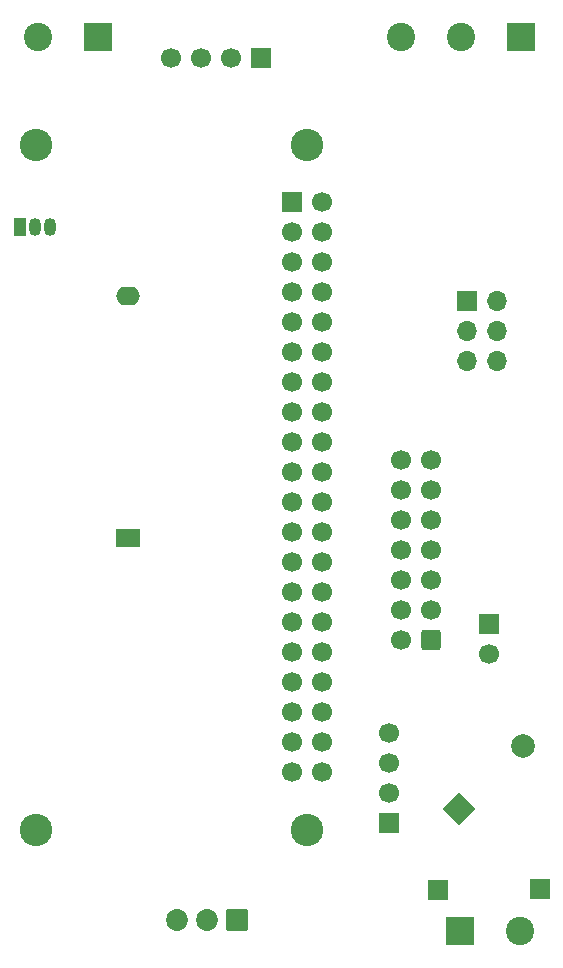
<source format=gbr>
%TF.GenerationSoftware,KiCad,Pcbnew,9.0.6*%
%TF.CreationDate,2025-12-26T20:19:53+00:00*%
%TF.ProjectId,PIDI-BOX-01-MAIN-1-PZ2_ESP-A1,50494449-2d42-44f5-982d-30312d4d4149,01*%
%TF.SameCoordinates,Original*%
%TF.FileFunction,Soldermask,Bot*%
%TF.FilePolarity,Negative*%
%FSLAX46Y46*%
G04 Gerber Fmt 4.6, Leading zero omitted, Abs format (unit mm)*
G04 Created by KiCad (PCBNEW 9.0.6) date 2025-12-26 20:19:53*
%MOMM*%
%LPD*%
G01*
G04 APERTURE LIST*
G04 Aperture macros list*
%AMRoundRect*
0 Rectangle with rounded corners*
0 $1 Rounding radius*
0 $2 $3 $4 $5 $6 $7 $8 $9 X,Y pos of 4 corners*
0 Add a 4 corners polygon primitive as box body*
4,1,4,$2,$3,$4,$5,$6,$7,$8,$9,$2,$3,0*
0 Add four circle primitives for the rounded corners*
1,1,$1+$1,$2,$3*
1,1,$1+$1,$4,$5*
1,1,$1+$1,$6,$7*
1,1,$1+$1,$8,$9*
0 Add four rect primitives between the rounded corners*
20,1,$1+$1,$2,$3,$4,$5,0*
20,1,$1+$1,$4,$5,$6,$7,0*
20,1,$1+$1,$6,$7,$8,$9,0*
20,1,$1+$1,$8,$9,$2,$3,0*%
%AMRotRect*
0 Rectangle, with rotation*
0 The origin of the aperture is its center*
0 $1 length*
0 $2 width*
0 $3 Rotation angle, in degrees counterclockwise*
0 Add horizontal line*
21,1,$1,$2,0,0,$3*%
G04 Aperture macros list end*
%ADD10R,2.400000X2.400000*%
%ADD11C,2.400000*%
%ADD12R,1.700000X1.700000*%
%ADD13C,1.700000*%
%ADD14O,1.700000X1.700000*%
%ADD15RoundRect,0.102000X0.825000X0.825000X-0.825000X0.825000X-0.825000X-0.825000X0.825000X-0.825000X0*%
%ADD16C,1.854000*%
%ADD17RotRect,2.000000X2.000000X45.000000*%
%ADD18C,2.000000*%
%ADD19RoundRect,0.250000X0.600000X0.600000X-0.600000X0.600000X-0.600000X-0.600000X0.600000X-0.600000X0*%
%ADD20C,2.750000*%
%ADD21R,2.000000X1.600000*%
%ADD22O,2.000000X1.600000*%
%ADD23R,1.050000X1.500000*%
%ADD24O,1.050000X1.500000*%
G04 APERTURE END LIST*
D10*
%TO.C,J1*%
X49729600Y-65159600D03*
D11*
X44649600Y-65159600D03*
%TD*%
D12*
%TO.C,J13*%
X74342200Y-131716000D03*
D13*
X74342200Y-129176000D03*
X74342200Y-126636000D03*
X74342200Y-124096000D03*
%TD*%
D12*
%TO.C,J9*%
X80930200Y-87523400D03*
D14*
X83470200Y-87523400D03*
X80930200Y-90063400D03*
X83470200Y-90063400D03*
X80930200Y-92603400D03*
X83470200Y-92603400D03*
%TD*%
D15*
%TO.C,U3*%
X61525600Y-139950000D03*
D16*
X58985600Y-139950000D03*
X56445600Y-139950000D03*
%TD*%
D17*
%TO.C,BZ1*%
X80302194Y-130516806D03*
D18*
X85676206Y-125142794D03*
%TD*%
D12*
%TO.C,J5*%
X63520000Y-66900000D03*
D13*
X60980000Y-66900000D03*
X58440000Y-66900000D03*
X55900000Y-66900000D03*
%TD*%
D19*
%TO.C,J11*%
X77934600Y-116222000D03*
D13*
X75394600Y-116222000D03*
X77934600Y-113682000D03*
X75394600Y-113682000D03*
X77934600Y-111142000D03*
X75394600Y-111142000D03*
X77934600Y-108602000D03*
X75394600Y-108602000D03*
X77934600Y-106062000D03*
X75394600Y-106062000D03*
X77934600Y-103522000D03*
X75394600Y-103522000D03*
X77934600Y-100982000D03*
X75394600Y-100982000D03*
%TD*%
D12*
%TO.C,J3*%
X66149600Y-79089600D03*
D13*
X68689600Y-79089600D03*
X66149600Y-81629600D03*
X68689600Y-81629600D03*
X66149600Y-84169600D03*
X68689600Y-84169600D03*
X66149600Y-86709600D03*
X68689600Y-86709600D03*
X66149600Y-89249600D03*
X68689600Y-89249600D03*
X66149600Y-91789600D03*
X68689600Y-91789600D03*
X66149600Y-94329600D03*
X68689600Y-94329600D03*
X66149600Y-96869600D03*
X68689600Y-96869600D03*
X66149600Y-99409600D03*
X68689600Y-99409600D03*
X66149600Y-101949600D03*
X68689600Y-101949600D03*
X66149600Y-104489600D03*
X68689600Y-104489600D03*
X66149600Y-107029600D03*
X68689600Y-107029600D03*
X66149600Y-109569600D03*
X68689600Y-109569600D03*
X66149600Y-112109600D03*
X68689600Y-112109600D03*
X66149600Y-114649600D03*
X68689600Y-114649600D03*
X66149600Y-117189600D03*
X68689600Y-117189600D03*
X66149600Y-119729600D03*
X68689600Y-119729600D03*
X66149600Y-122269600D03*
X68689600Y-122269600D03*
X66149600Y-124809600D03*
X68689600Y-124809600D03*
X66149600Y-127349600D03*
X68689600Y-127349600D03*
%TD*%
D12*
%TO.C,J12*%
X82862200Y-114845400D03*
D13*
X82862200Y-117385400D03*
%TD*%
D20*
%TO.C,*%
X44449600Y-74259600D03*
%TD*%
%TO.C,*%
X67449600Y-132259600D03*
%TD*%
%TO.C,*%
X44449600Y-132259600D03*
%TD*%
D10*
%TO.C,J14*%
X80332200Y-140823400D03*
D11*
X85412200Y-140823400D03*
%TD*%
D12*
%TO.C,J4*%
X87135800Y-137266400D03*
%TD*%
%TO.C,J8*%
X78525200Y-137368000D03*
%TD*%
D20*
%TO.C,*%
X67449600Y-74259600D03*
%TD*%
D21*
%TO.C,REF\u002A\u002A*%
X52249878Y-107595000D03*
D22*
X52249878Y-87095000D03*
%TD*%
D23*
%TO.C,U4*%
X43085800Y-81246200D03*
D24*
X44355800Y-81246200D03*
X45625800Y-81246200D03*
%TD*%
D10*
%TO.C,J2*%
X85575400Y-65184800D03*
D11*
X80495400Y-65184800D03*
X75415400Y-65184800D03*
%TD*%
M02*

</source>
